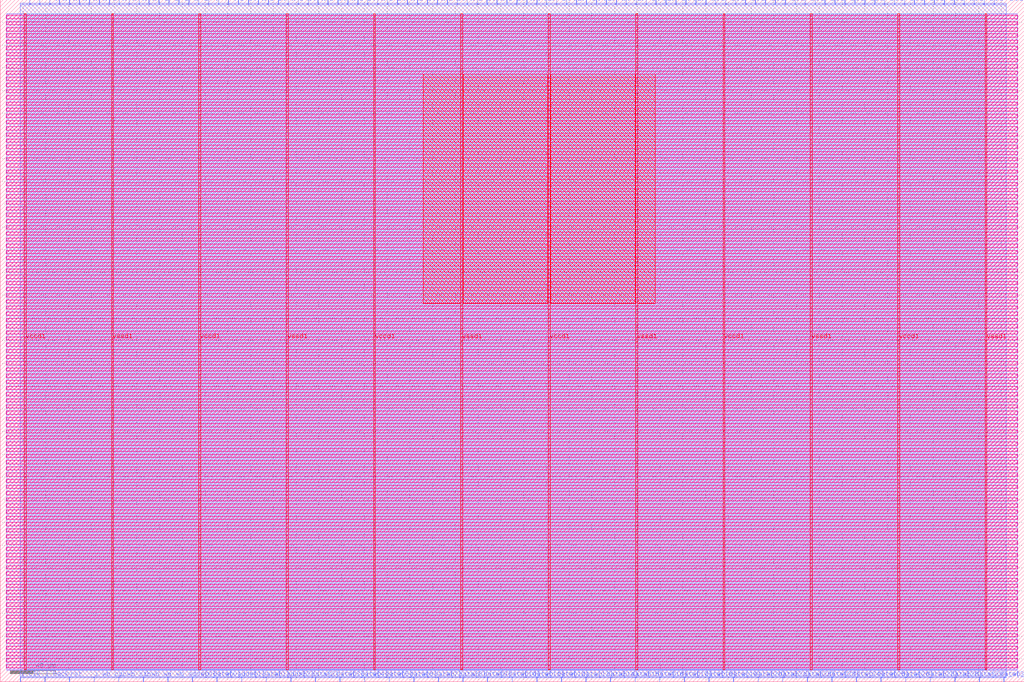
<source format=lef>
VERSION 5.7 ;
  NOWIREEXTENSIONATPIN ON ;
  DIVIDERCHAR "/" ;
  BUSBITCHARS "[]" ;
MACRO rtcclock
  CLASS BLOCK ;
  FOREIGN rtcclock ;
  ORIGIN 0.000 0.000 ;
  SIZE 900.000 BY 600.000 ;
  PIN i_clk
    DIRECTION INPUT ;
    USE SIGNAL ;
    PORT
      LAYER met2 ;
        RECT 17.570 0.000 17.850 4.000 ;
    END
  END i_clk
  PIN i_hack
    DIRECTION INPUT ;
    USE SIGNAL ;
    PORT
      LAYER met2 ;
        RECT 39.190 0.000 39.470 4.000 ;
    END
  END i_hack
  PIN i_wb_addr[0]
    DIRECTION INPUT ;
    USE SIGNAL ;
    PORT
      LAYER met2 ;
        RECT 147.290 0.000 147.570 4.000 ;
    END
  END i_wb_addr[0]
  PIN i_wb_addr[1]
    DIRECTION INPUT ;
    USE SIGNAL ;
    PORT
      LAYER met2 ;
        RECT 190.530 0.000 190.810 4.000 ;
    END
  END i_wb_addr[1]
  PIN i_wb_addr[2]
    DIRECTION INPUT ;
    USE SIGNAL ;
    PORT
      LAYER met2 ;
        RECT 233.770 0.000 234.050 4.000 ;
    END
  END i_wb_addr[2]
  PIN i_wb_cyc
    DIRECTION INPUT ;
    USE SIGNAL ;
    PORT
      LAYER met2 ;
        RECT 82.430 0.000 82.710 4.000 ;
    END
  END i_wb_cyc
  PIN i_wb_data[0]
    DIRECTION INPUT ;
    USE SIGNAL ;
    PORT
      LAYER met2 ;
        RECT 168.910 0.000 169.190 4.000 ;
    END
  END i_wb_data[0]
  PIN i_wb_data[10]
    DIRECTION INPUT ;
    USE SIGNAL ;
    PORT
      LAYER met2 ;
        RECT 428.350 0.000 428.630 4.000 ;
    END
  END i_wb_data[10]
  PIN i_wb_data[11]
    DIRECTION INPUT ;
    USE SIGNAL ;
    PORT
      LAYER met2 ;
        RECT 449.970 0.000 450.250 4.000 ;
    END
  END i_wb_data[11]
  PIN i_wb_data[12]
    DIRECTION INPUT ;
    USE SIGNAL ;
    PORT
      LAYER met2 ;
        RECT 471.590 0.000 471.870 4.000 ;
    END
  END i_wb_data[12]
  PIN i_wb_data[13]
    DIRECTION INPUT ;
    USE SIGNAL ;
    PORT
      LAYER met2 ;
        RECT 493.210 0.000 493.490 4.000 ;
    END
  END i_wb_data[13]
  PIN i_wb_data[14]
    DIRECTION INPUT ;
    USE SIGNAL ;
    PORT
      LAYER met2 ;
        RECT 514.830 0.000 515.110 4.000 ;
    END
  END i_wb_data[14]
  PIN i_wb_data[15]
    DIRECTION INPUT ;
    USE SIGNAL ;
    PORT
      LAYER met2 ;
        RECT 536.450 0.000 536.730 4.000 ;
    END
  END i_wb_data[15]
  PIN i_wb_data[16]
    DIRECTION INPUT ;
    USE SIGNAL ;
    PORT
      LAYER met2 ;
        RECT 558.070 0.000 558.350 4.000 ;
    END
  END i_wb_data[16]
  PIN i_wb_data[17]
    DIRECTION INPUT ;
    USE SIGNAL ;
    PORT
      LAYER met2 ;
        RECT 579.690 0.000 579.970 4.000 ;
    END
  END i_wb_data[17]
  PIN i_wb_data[18]
    DIRECTION INPUT ;
    USE SIGNAL ;
    PORT
      LAYER met2 ;
        RECT 601.310 0.000 601.590 4.000 ;
    END
  END i_wb_data[18]
  PIN i_wb_data[19]
    DIRECTION INPUT ;
    USE SIGNAL ;
    PORT
      LAYER met2 ;
        RECT 622.930 0.000 623.210 4.000 ;
    END
  END i_wb_data[19]
  PIN i_wb_data[1]
    DIRECTION INPUT ;
    USE SIGNAL ;
    PORT
      LAYER met2 ;
        RECT 212.150 0.000 212.430 4.000 ;
    END
  END i_wb_data[1]
  PIN i_wb_data[20]
    DIRECTION INPUT ;
    USE SIGNAL ;
    PORT
      LAYER met2 ;
        RECT 644.550 0.000 644.830 4.000 ;
    END
  END i_wb_data[20]
  PIN i_wb_data[21]
    DIRECTION INPUT ;
    USE SIGNAL ;
    PORT
      LAYER met2 ;
        RECT 666.170 0.000 666.450 4.000 ;
    END
  END i_wb_data[21]
  PIN i_wb_data[22]
    DIRECTION INPUT ;
    USE SIGNAL ;
    PORT
      LAYER met2 ;
        RECT 687.790 0.000 688.070 4.000 ;
    END
  END i_wb_data[22]
  PIN i_wb_data[23]
    DIRECTION INPUT ;
    USE SIGNAL ;
    PORT
      LAYER met2 ;
        RECT 709.410 0.000 709.690 4.000 ;
    END
  END i_wb_data[23]
  PIN i_wb_data[24]
    DIRECTION INPUT ;
    USE SIGNAL ;
    PORT
      LAYER met2 ;
        RECT 731.030 0.000 731.310 4.000 ;
    END
  END i_wb_data[24]
  PIN i_wb_data[25]
    DIRECTION INPUT ;
    USE SIGNAL ;
    PORT
      LAYER met2 ;
        RECT 752.650 0.000 752.930 4.000 ;
    END
  END i_wb_data[25]
  PIN i_wb_data[26]
    DIRECTION INPUT ;
    USE SIGNAL ;
    PORT
      LAYER met2 ;
        RECT 774.270 0.000 774.550 4.000 ;
    END
  END i_wb_data[26]
  PIN i_wb_data[27]
    DIRECTION INPUT ;
    USE SIGNAL ;
    PORT
      LAYER met2 ;
        RECT 795.890 0.000 796.170 4.000 ;
    END
  END i_wb_data[27]
  PIN i_wb_data[28]
    DIRECTION INPUT ;
    USE SIGNAL ;
    PORT
      LAYER met2 ;
        RECT 817.510 0.000 817.790 4.000 ;
    END
  END i_wb_data[28]
  PIN i_wb_data[29]
    DIRECTION INPUT ;
    USE SIGNAL ;
    PORT
      LAYER met2 ;
        RECT 839.130 0.000 839.410 4.000 ;
    END
  END i_wb_data[29]
  PIN i_wb_data[2]
    DIRECTION INPUT ;
    USE SIGNAL ;
    PORT
      LAYER met2 ;
        RECT 255.390 0.000 255.670 4.000 ;
    END
  END i_wb_data[2]
  PIN i_wb_data[30]
    DIRECTION INPUT ;
    USE SIGNAL ;
    PORT
      LAYER met2 ;
        RECT 860.750 0.000 861.030 4.000 ;
    END
  END i_wb_data[30]
  PIN i_wb_data[31]
    DIRECTION INPUT ;
    USE SIGNAL ;
    PORT
      LAYER met2 ;
        RECT 882.370 0.000 882.650 4.000 ;
    END
  END i_wb_data[31]
  PIN i_wb_data[3]
    DIRECTION INPUT ;
    USE SIGNAL ;
    PORT
      LAYER met2 ;
        RECT 277.010 0.000 277.290 4.000 ;
    END
  END i_wb_data[3]
  PIN i_wb_data[4]
    DIRECTION INPUT ;
    USE SIGNAL ;
    PORT
      LAYER met2 ;
        RECT 298.630 0.000 298.910 4.000 ;
    END
  END i_wb_data[4]
  PIN i_wb_data[5]
    DIRECTION INPUT ;
    USE SIGNAL ;
    PORT
      LAYER met2 ;
        RECT 320.250 0.000 320.530 4.000 ;
    END
  END i_wb_data[5]
  PIN i_wb_data[6]
    DIRECTION INPUT ;
    USE SIGNAL ;
    PORT
      LAYER met2 ;
        RECT 341.870 0.000 342.150 4.000 ;
    END
  END i_wb_data[6]
  PIN i_wb_data[7]
    DIRECTION INPUT ;
    USE SIGNAL ;
    PORT
      LAYER met2 ;
        RECT 363.490 0.000 363.770 4.000 ;
    END
  END i_wb_data[7]
  PIN i_wb_data[8]
    DIRECTION INPUT ;
    USE SIGNAL ;
    PORT
      LAYER met2 ;
        RECT 385.110 0.000 385.390 4.000 ;
    END
  END i_wb_data[8]
  PIN i_wb_data[9]
    DIRECTION INPUT ;
    USE SIGNAL ;
    PORT
      LAYER met2 ;
        RECT 406.730 0.000 407.010 4.000 ;
    END
  END i_wb_data[9]
  PIN i_wb_stb
    DIRECTION INPUT ;
    USE SIGNAL ;
    PORT
      LAYER met2 ;
        RECT 104.050 0.000 104.330 4.000 ;
    END
  END i_wb_stb
  PIN i_wb_we
    DIRECTION INPUT ;
    USE SIGNAL ;
    PORT
      LAYER met2 ;
        RECT 125.670 0.000 125.950 4.000 ;
    END
  END i_wb_we
  PIN io_oeb[0]
    DIRECTION OUTPUT TRISTATE ;
    USE SIGNAL ;
    PORT
      LAYER met2 ;
        RECT 25.850 596.000 26.130 600.000 ;
    END
  END io_oeb[0]
  PIN io_oeb[10]
    DIRECTION OUTPUT TRISTATE ;
    USE SIGNAL ;
    PORT
      LAYER met2 ;
        RECT 113.250 596.000 113.530 600.000 ;
    END
  END io_oeb[10]
  PIN io_oeb[11]
    DIRECTION OUTPUT TRISTATE ;
    USE SIGNAL ;
    PORT
      LAYER met2 ;
        RECT 121.990 596.000 122.270 600.000 ;
    END
  END io_oeb[11]
  PIN io_oeb[12]
    DIRECTION OUTPUT TRISTATE ;
    USE SIGNAL ;
    PORT
      LAYER met2 ;
        RECT 130.730 596.000 131.010 600.000 ;
    END
  END io_oeb[12]
  PIN io_oeb[13]
    DIRECTION OUTPUT TRISTATE ;
    USE SIGNAL ;
    PORT
      LAYER met2 ;
        RECT 139.470 596.000 139.750 600.000 ;
    END
  END io_oeb[13]
  PIN io_oeb[14]
    DIRECTION OUTPUT TRISTATE ;
    USE SIGNAL ;
    PORT
      LAYER met2 ;
        RECT 148.210 596.000 148.490 600.000 ;
    END
  END io_oeb[14]
  PIN io_oeb[15]
    DIRECTION OUTPUT TRISTATE ;
    USE SIGNAL ;
    PORT
      LAYER met2 ;
        RECT 156.950 596.000 157.230 600.000 ;
    END
  END io_oeb[15]
  PIN io_oeb[1]
    DIRECTION OUTPUT TRISTATE ;
    USE SIGNAL ;
    PORT
      LAYER met2 ;
        RECT 34.590 596.000 34.870 600.000 ;
    END
  END io_oeb[1]
  PIN io_oeb[2]
    DIRECTION OUTPUT TRISTATE ;
    USE SIGNAL ;
    PORT
      LAYER met2 ;
        RECT 43.330 596.000 43.610 600.000 ;
    END
  END io_oeb[2]
  PIN io_oeb[3]
    DIRECTION OUTPUT TRISTATE ;
    USE SIGNAL ;
    PORT
      LAYER met2 ;
        RECT 52.070 596.000 52.350 600.000 ;
    END
  END io_oeb[3]
  PIN io_oeb[4]
    DIRECTION OUTPUT TRISTATE ;
    USE SIGNAL ;
    PORT
      LAYER met2 ;
        RECT 60.810 596.000 61.090 600.000 ;
    END
  END io_oeb[4]
  PIN io_oeb[5]
    DIRECTION OUTPUT TRISTATE ;
    USE SIGNAL ;
    PORT
      LAYER met2 ;
        RECT 69.550 596.000 69.830 600.000 ;
    END
  END io_oeb[5]
  PIN io_oeb[6]
    DIRECTION OUTPUT TRISTATE ;
    USE SIGNAL ;
    PORT
      LAYER met2 ;
        RECT 78.290 596.000 78.570 600.000 ;
    END
  END io_oeb[6]
  PIN io_oeb[7]
    DIRECTION OUTPUT TRISTATE ;
    USE SIGNAL ;
    PORT
      LAYER met2 ;
        RECT 87.030 596.000 87.310 600.000 ;
    END
  END io_oeb[7]
  PIN io_oeb[8]
    DIRECTION OUTPUT TRISTATE ;
    USE SIGNAL ;
    PORT
      LAYER met2 ;
        RECT 95.770 596.000 96.050 600.000 ;
    END
  END io_oeb[8]
  PIN io_oeb[9]
    DIRECTION OUTPUT TRISTATE ;
    USE SIGNAL ;
    PORT
      LAYER met2 ;
        RECT 104.510 596.000 104.790 600.000 ;
    END
  END io_oeb[9]
  PIN o_data[0]
    DIRECTION OUTPUT TRISTATE ;
    USE SIGNAL ;
    PORT
      LAYER met2 ;
        RECT 183.170 596.000 183.450 600.000 ;
    END
  END o_data[0]
  PIN o_data[10]
    DIRECTION OUTPUT TRISTATE ;
    USE SIGNAL ;
    PORT
      LAYER met2 ;
        RECT 445.370 596.000 445.650 600.000 ;
    END
  END o_data[10]
  PIN o_data[11]
    DIRECTION OUTPUT TRISTATE ;
    USE SIGNAL ;
    PORT
      LAYER met2 ;
        RECT 471.590 596.000 471.870 600.000 ;
    END
  END o_data[11]
  PIN o_data[12]
    DIRECTION OUTPUT TRISTATE ;
    USE SIGNAL ;
    PORT
      LAYER met2 ;
        RECT 497.810 596.000 498.090 600.000 ;
    END
  END o_data[12]
  PIN o_data[13]
    DIRECTION OUTPUT TRISTATE ;
    USE SIGNAL ;
    PORT
      LAYER met2 ;
        RECT 524.030 596.000 524.310 600.000 ;
    END
  END o_data[13]
  PIN o_data[14]
    DIRECTION OUTPUT TRISTATE ;
    USE SIGNAL ;
    PORT
      LAYER met2 ;
        RECT 550.250 596.000 550.530 600.000 ;
    END
  END o_data[14]
  PIN o_data[15]
    DIRECTION OUTPUT TRISTATE ;
    USE SIGNAL ;
    PORT
      LAYER met2 ;
        RECT 576.470 596.000 576.750 600.000 ;
    END
  END o_data[15]
  PIN o_data[16]
    DIRECTION OUTPUT TRISTATE ;
    USE SIGNAL ;
    PORT
      LAYER met2 ;
        RECT 602.690 596.000 602.970 600.000 ;
    END
  END o_data[16]
  PIN o_data[17]
    DIRECTION OUTPUT TRISTATE ;
    USE SIGNAL ;
    PORT
      LAYER met2 ;
        RECT 620.170 596.000 620.450 600.000 ;
    END
  END o_data[17]
  PIN o_data[18]
    DIRECTION OUTPUT TRISTATE ;
    USE SIGNAL ;
    PORT
      LAYER met2 ;
        RECT 637.650 596.000 637.930 600.000 ;
    END
  END o_data[18]
  PIN o_data[19]
    DIRECTION OUTPUT TRISTATE ;
    USE SIGNAL ;
    PORT
      LAYER met2 ;
        RECT 655.130 596.000 655.410 600.000 ;
    END
  END o_data[19]
  PIN o_data[1]
    DIRECTION OUTPUT TRISTATE ;
    USE SIGNAL ;
    PORT
      LAYER met2 ;
        RECT 209.390 596.000 209.670 600.000 ;
    END
  END o_data[1]
  PIN o_data[20]
    DIRECTION OUTPUT TRISTATE ;
    USE SIGNAL ;
    PORT
      LAYER met2 ;
        RECT 672.610 596.000 672.890 600.000 ;
    END
  END o_data[20]
  PIN o_data[21]
    DIRECTION OUTPUT TRISTATE ;
    USE SIGNAL ;
    PORT
      LAYER met2 ;
        RECT 690.090 596.000 690.370 600.000 ;
    END
  END o_data[21]
  PIN o_data[22]
    DIRECTION OUTPUT TRISTATE ;
    USE SIGNAL ;
    PORT
      LAYER met2 ;
        RECT 707.570 596.000 707.850 600.000 ;
    END
  END o_data[22]
  PIN o_data[23]
    DIRECTION OUTPUT TRISTATE ;
    USE SIGNAL ;
    PORT
      LAYER met2 ;
        RECT 725.050 596.000 725.330 600.000 ;
    END
  END o_data[23]
  PIN o_data[24]
    DIRECTION OUTPUT TRISTATE ;
    USE SIGNAL ;
    PORT
      LAYER met2 ;
        RECT 742.530 596.000 742.810 600.000 ;
    END
  END o_data[24]
  PIN o_data[25]
    DIRECTION OUTPUT TRISTATE ;
    USE SIGNAL ;
    PORT
      LAYER met2 ;
        RECT 760.010 596.000 760.290 600.000 ;
    END
  END o_data[25]
  PIN o_data[26]
    DIRECTION OUTPUT TRISTATE ;
    USE SIGNAL ;
    PORT
      LAYER met2 ;
        RECT 777.490 596.000 777.770 600.000 ;
    END
  END o_data[26]
  PIN o_data[27]
    DIRECTION OUTPUT TRISTATE ;
    USE SIGNAL ;
    PORT
      LAYER met2 ;
        RECT 794.970 596.000 795.250 600.000 ;
    END
  END o_data[27]
  PIN o_data[28]
    DIRECTION OUTPUT TRISTATE ;
    USE SIGNAL ;
    PORT
      LAYER met2 ;
        RECT 812.450 596.000 812.730 600.000 ;
    END
  END o_data[28]
  PIN o_data[29]
    DIRECTION OUTPUT TRISTATE ;
    USE SIGNAL ;
    PORT
      LAYER met2 ;
        RECT 829.930 596.000 830.210 600.000 ;
    END
  END o_data[29]
  PIN o_data[2]
    DIRECTION OUTPUT TRISTATE ;
    USE SIGNAL ;
    PORT
      LAYER met2 ;
        RECT 235.610 596.000 235.890 600.000 ;
    END
  END o_data[2]
  PIN o_data[30]
    DIRECTION OUTPUT TRISTATE ;
    USE SIGNAL ;
    PORT
      LAYER met2 ;
        RECT 847.410 596.000 847.690 600.000 ;
    END
  END o_data[30]
  PIN o_data[31]
    DIRECTION OUTPUT TRISTATE ;
    USE SIGNAL ;
    PORT
      LAYER met2 ;
        RECT 864.890 596.000 865.170 600.000 ;
    END
  END o_data[31]
  PIN o_data[3]
    DIRECTION OUTPUT TRISTATE ;
    USE SIGNAL ;
    PORT
      LAYER met2 ;
        RECT 261.830 596.000 262.110 600.000 ;
    END
  END o_data[3]
  PIN o_data[4]
    DIRECTION OUTPUT TRISTATE ;
    USE SIGNAL ;
    PORT
      LAYER met2 ;
        RECT 288.050 596.000 288.330 600.000 ;
    END
  END o_data[4]
  PIN o_data[5]
    DIRECTION OUTPUT TRISTATE ;
    USE SIGNAL ;
    PORT
      LAYER met2 ;
        RECT 314.270 596.000 314.550 600.000 ;
    END
  END o_data[5]
  PIN o_data[6]
    DIRECTION OUTPUT TRISTATE ;
    USE SIGNAL ;
    PORT
      LAYER met2 ;
        RECT 340.490 596.000 340.770 600.000 ;
    END
  END o_data[6]
  PIN o_data[7]
    DIRECTION OUTPUT TRISTATE ;
    USE SIGNAL ;
    PORT
      LAYER met2 ;
        RECT 366.710 596.000 366.990 600.000 ;
    END
  END o_data[7]
  PIN o_data[8]
    DIRECTION OUTPUT TRISTATE ;
    USE SIGNAL ;
    PORT
      LAYER met2 ;
        RECT 392.930 596.000 393.210 600.000 ;
    END
  END o_data[8]
  PIN o_data[9]
    DIRECTION OUTPUT TRISTATE ;
    USE SIGNAL ;
    PORT
      LAYER met2 ;
        RECT 419.150 596.000 419.430 600.000 ;
    END
  END o_data[9]
  PIN o_interrupt
    DIRECTION OUTPUT TRISTATE ;
    USE SIGNAL ;
    PORT
      LAYER met2 ;
        RECT 165.690 596.000 165.970 600.000 ;
    END
  END o_interrupt
  PIN o_led[0]
    DIRECTION OUTPUT TRISTATE ;
    USE SIGNAL ;
    PORT
      LAYER met2 ;
        RECT 191.910 596.000 192.190 600.000 ;
    END
  END o_led[0]
  PIN o_led[10]
    DIRECTION OUTPUT TRISTATE ;
    USE SIGNAL ;
    PORT
      LAYER met2 ;
        RECT 454.110 596.000 454.390 600.000 ;
    END
  END o_led[10]
  PIN o_led[11]
    DIRECTION OUTPUT TRISTATE ;
    USE SIGNAL ;
    PORT
      LAYER met2 ;
        RECT 480.330 596.000 480.610 600.000 ;
    END
  END o_led[11]
  PIN o_led[12]
    DIRECTION OUTPUT TRISTATE ;
    USE SIGNAL ;
    PORT
      LAYER met2 ;
        RECT 506.550 596.000 506.830 600.000 ;
    END
  END o_led[12]
  PIN o_led[13]
    DIRECTION OUTPUT TRISTATE ;
    USE SIGNAL ;
    PORT
      LAYER met2 ;
        RECT 532.770 596.000 533.050 600.000 ;
    END
  END o_led[13]
  PIN o_led[14]
    DIRECTION OUTPUT TRISTATE ;
    USE SIGNAL ;
    PORT
      LAYER met2 ;
        RECT 558.990 596.000 559.270 600.000 ;
    END
  END o_led[14]
  PIN o_led[15]
    DIRECTION OUTPUT TRISTATE ;
    USE SIGNAL ;
    PORT
      LAYER met2 ;
        RECT 585.210 596.000 585.490 600.000 ;
    END
  END o_led[15]
  PIN o_led[1]
    DIRECTION OUTPUT TRISTATE ;
    USE SIGNAL ;
    PORT
      LAYER met2 ;
        RECT 218.130 596.000 218.410 600.000 ;
    END
  END o_led[1]
  PIN o_led[2]
    DIRECTION OUTPUT TRISTATE ;
    USE SIGNAL ;
    PORT
      LAYER met2 ;
        RECT 244.350 596.000 244.630 600.000 ;
    END
  END o_led[2]
  PIN o_led[3]
    DIRECTION OUTPUT TRISTATE ;
    USE SIGNAL ;
    PORT
      LAYER met2 ;
        RECT 270.570 596.000 270.850 600.000 ;
    END
  END o_led[3]
  PIN o_led[4]
    DIRECTION OUTPUT TRISTATE ;
    USE SIGNAL ;
    PORT
      LAYER met2 ;
        RECT 296.790 596.000 297.070 600.000 ;
    END
  END o_led[4]
  PIN o_led[5]
    DIRECTION OUTPUT TRISTATE ;
    USE SIGNAL ;
    PORT
      LAYER met2 ;
        RECT 323.010 596.000 323.290 600.000 ;
    END
  END o_led[5]
  PIN o_led[6]
    DIRECTION OUTPUT TRISTATE ;
    USE SIGNAL ;
    PORT
      LAYER met2 ;
        RECT 349.230 596.000 349.510 600.000 ;
    END
  END o_led[6]
  PIN o_led[7]
    DIRECTION OUTPUT TRISTATE ;
    USE SIGNAL ;
    PORT
      LAYER met2 ;
        RECT 375.450 596.000 375.730 600.000 ;
    END
  END o_led[7]
  PIN o_led[8]
    DIRECTION OUTPUT TRISTATE ;
    USE SIGNAL ;
    PORT
      LAYER met2 ;
        RECT 401.670 596.000 401.950 600.000 ;
    END
  END o_led[8]
  PIN o_led[9]
    DIRECTION OUTPUT TRISTATE ;
    USE SIGNAL ;
    PORT
      LAYER met2 ;
        RECT 427.890 596.000 428.170 600.000 ;
    END
  END o_led[9]
  PIN o_ppd
    DIRECTION OUTPUT TRISTATE ;
    USE SIGNAL ;
    PORT
      LAYER met2 ;
        RECT 174.430 596.000 174.710 600.000 ;
    END
  END o_ppd
  PIN o_sseg[0]
    DIRECTION OUTPUT TRISTATE ;
    USE SIGNAL ;
    PORT
      LAYER met2 ;
        RECT 200.650 596.000 200.930 600.000 ;
    END
  END o_sseg[0]
  PIN o_sseg[10]
    DIRECTION OUTPUT TRISTATE ;
    USE SIGNAL ;
    PORT
      LAYER met2 ;
        RECT 462.850 596.000 463.130 600.000 ;
    END
  END o_sseg[10]
  PIN o_sseg[11]
    DIRECTION OUTPUT TRISTATE ;
    USE SIGNAL ;
    PORT
      LAYER met2 ;
        RECT 489.070 596.000 489.350 600.000 ;
    END
  END o_sseg[11]
  PIN o_sseg[12]
    DIRECTION OUTPUT TRISTATE ;
    USE SIGNAL ;
    PORT
      LAYER met2 ;
        RECT 515.290 596.000 515.570 600.000 ;
    END
  END o_sseg[12]
  PIN o_sseg[13]
    DIRECTION OUTPUT TRISTATE ;
    USE SIGNAL ;
    PORT
      LAYER met2 ;
        RECT 541.510 596.000 541.790 600.000 ;
    END
  END o_sseg[13]
  PIN o_sseg[14]
    DIRECTION OUTPUT TRISTATE ;
    USE SIGNAL ;
    PORT
      LAYER met2 ;
        RECT 567.730 596.000 568.010 600.000 ;
    END
  END o_sseg[14]
  PIN o_sseg[15]
    DIRECTION OUTPUT TRISTATE ;
    USE SIGNAL ;
    PORT
      LAYER met2 ;
        RECT 593.950 596.000 594.230 600.000 ;
    END
  END o_sseg[15]
  PIN o_sseg[16]
    DIRECTION OUTPUT TRISTATE ;
    USE SIGNAL ;
    PORT
      LAYER met2 ;
        RECT 611.430 596.000 611.710 600.000 ;
    END
  END o_sseg[16]
  PIN o_sseg[17]
    DIRECTION OUTPUT TRISTATE ;
    USE SIGNAL ;
    PORT
      LAYER met2 ;
        RECT 628.910 596.000 629.190 600.000 ;
    END
  END o_sseg[17]
  PIN o_sseg[18]
    DIRECTION OUTPUT TRISTATE ;
    USE SIGNAL ;
    PORT
      LAYER met2 ;
        RECT 646.390 596.000 646.670 600.000 ;
    END
  END o_sseg[18]
  PIN o_sseg[19]
    DIRECTION OUTPUT TRISTATE ;
    USE SIGNAL ;
    PORT
      LAYER met2 ;
        RECT 663.870 596.000 664.150 600.000 ;
    END
  END o_sseg[19]
  PIN o_sseg[1]
    DIRECTION OUTPUT TRISTATE ;
    USE SIGNAL ;
    PORT
      LAYER met2 ;
        RECT 226.870 596.000 227.150 600.000 ;
    END
  END o_sseg[1]
  PIN o_sseg[20]
    DIRECTION OUTPUT TRISTATE ;
    USE SIGNAL ;
    PORT
      LAYER met2 ;
        RECT 681.350 596.000 681.630 600.000 ;
    END
  END o_sseg[20]
  PIN o_sseg[21]
    DIRECTION OUTPUT TRISTATE ;
    USE SIGNAL ;
    PORT
      LAYER met2 ;
        RECT 698.830 596.000 699.110 600.000 ;
    END
  END o_sseg[21]
  PIN o_sseg[22]
    DIRECTION OUTPUT TRISTATE ;
    USE SIGNAL ;
    PORT
      LAYER met2 ;
        RECT 716.310 596.000 716.590 600.000 ;
    END
  END o_sseg[22]
  PIN o_sseg[23]
    DIRECTION OUTPUT TRISTATE ;
    USE SIGNAL ;
    PORT
      LAYER met2 ;
        RECT 733.790 596.000 734.070 600.000 ;
    END
  END o_sseg[23]
  PIN o_sseg[24]
    DIRECTION OUTPUT TRISTATE ;
    USE SIGNAL ;
    PORT
      LAYER met2 ;
        RECT 751.270 596.000 751.550 600.000 ;
    END
  END o_sseg[24]
  PIN o_sseg[25]
    DIRECTION OUTPUT TRISTATE ;
    USE SIGNAL ;
    PORT
      LAYER met2 ;
        RECT 768.750 596.000 769.030 600.000 ;
    END
  END o_sseg[25]
  PIN o_sseg[26]
    DIRECTION OUTPUT TRISTATE ;
    USE SIGNAL ;
    PORT
      LAYER met2 ;
        RECT 786.230 596.000 786.510 600.000 ;
    END
  END o_sseg[26]
  PIN o_sseg[27]
    DIRECTION OUTPUT TRISTATE ;
    USE SIGNAL ;
    PORT
      LAYER met2 ;
        RECT 803.710 596.000 803.990 600.000 ;
    END
  END o_sseg[27]
  PIN o_sseg[28]
    DIRECTION OUTPUT TRISTATE ;
    USE SIGNAL ;
    PORT
      LAYER met2 ;
        RECT 821.190 596.000 821.470 600.000 ;
    END
  END o_sseg[28]
  PIN o_sseg[29]
    DIRECTION OUTPUT TRISTATE ;
    USE SIGNAL ;
    PORT
      LAYER met2 ;
        RECT 838.670 596.000 838.950 600.000 ;
    END
  END o_sseg[29]
  PIN o_sseg[2]
    DIRECTION OUTPUT TRISTATE ;
    USE SIGNAL ;
    PORT
      LAYER met2 ;
        RECT 253.090 596.000 253.370 600.000 ;
    END
  END o_sseg[2]
  PIN o_sseg[30]
    DIRECTION OUTPUT TRISTATE ;
    USE SIGNAL ;
    PORT
      LAYER met2 ;
        RECT 856.150 596.000 856.430 600.000 ;
    END
  END o_sseg[30]
  PIN o_sseg[31]
    DIRECTION OUTPUT TRISTATE ;
    USE SIGNAL ;
    PORT
      LAYER met2 ;
        RECT 873.630 596.000 873.910 600.000 ;
    END
  END o_sseg[31]
  PIN o_sseg[3]
    DIRECTION OUTPUT TRISTATE ;
    USE SIGNAL ;
    PORT
      LAYER met2 ;
        RECT 279.310 596.000 279.590 600.000 ;
    END
  END o_sseg[3]
  PIN o_sseg[4]
    DIRECTION OUTPUT TRISTATE ;
    USE SIGNAL ;
    PORT
      LAYER met2 ;
        RECT 305.530 596.000 305.810 600.000 ;
    END
  END o_sseg[4]
  PIN o_sseg[5]
    DIRECTION OUTPUT TRISTATE ;
    USE SIGNAL ;
    PORT
      LAYER met2 ;
        RECT 331.750 596.000 332.030 600.000 ;
    END
  END o_sseg[5]
  PIN o_sseg[6]
    DIRECTION OUTPUT TRISTATE ;
    USE SIGNAL ;
    PORT
      LAYER met2 ;
        RECT 357.970 596.000 358.250 600.000 ;
    END
  END o_sseg[6]
  PIN o_sseg[7]
    DIRECTION OUTPUT TRISTATE ;
    USE SIGNAL ;
    PORT
      LAYER met2 ;
        RECT 384.190 596.000 384.470 600.000 ;
    END
  END o_sseg[7]
  PIN o_sseg[8]
    DIRECTION OUTPUT TRISTATE ;
    USE SIGNAL ;
    PORT
      LAYER met2 ;
        RECT 410.410 596.000 410.690 600.000 ;
    END
  END o_sseg[8]
  PIN o_sseg[9]
    DIRECTION OUTPUT TRISTATE ;
    USE SIGNAL ;
    PORT
      LAYER met2 ;
        RECT 436.630 596.000 436.910 600.000 ;
    END
  END o_sseg[9]
  PIN rst
    DIRECTION INPUT ;
    USE SIGNAL ;
    PORT
      LAYER met2 ;
        RECT 60.810 0.000 61.090 4.000 ;
    END
  END rst
  PIN vccd1
    DIRECTION INOUT ;
    USE POWER ;
    PORT
      LAYER met4 ;
        RECT 21.040 10.640 22.640 587.760 ;
    END
    PORT
      LAYER met4 ;
        RECT 174.640 10.640 176.240 587.760 ;
    END
    PORT
      LAYER met4 ;
        RECT 328.240 10.640 329.840 587.760 ;
    END
    PORT
      LAYER met4 ;
        RECT 481.840 10.640 483.440 587.760 ;
    END
    PORT
      LAYER met4 ;
        RECT 635.440 10.640 637.040 587.760 ;
    END
    PORT
      LAYER met4 ;
        RECT 789.040 10.640 790.640 587.760 ;
    END
  END vccd1
  PIN vssd1
    DIRECTION INOUT ;
    USE GROUND ;
    PORT
      LAYER met4 ;
        RECT 97.840 10.640 99.440 587.760 ;
    END
    PORT
      LAYER met4 ;
        RECT 251.440 10.640 253.040 587.760 ;
    END
    PORT
      LAYER met4 ;
        RECT 405.040 10.640 406.640 587.760 ;
    END
    PORT
      LAYER met4 ;
        RECT 558.640 10.640 560.240 587.760 ;
    END
    PORT
      LAYER met4 ;
        RECT 712.240 10.640 713.840 587.760 ;
    END
    PORT
      LAYER met4 ;
        RECT 865.840 10.640 867.440 587.760 ;
    END
  END vssd1
  OBS
      LAYER nwell ;
        RECT 5.330 583.385 894.430 586.215 ;
        RECT 5.330 577.945 894.430 580.775 ;
        RECT 5.330 572.505 894.430 575.335 ;
        RECT 5.330 567.065 894.430 569.895 ;
        RECT 5.330 561.625 894.430 564.455 ;
        RECT 5.330 556.185 894.430 559.015 ;
        RECT 5.330 550.745 894.430 553.575 ;
        RECT 5.330 545.305 894.430 548.135 ;
        RECT 5.330 539.865 894.430 542.695 ;
        RECT 5.330 534.425 894.430 537.255 ;
        RECT 5.330 528.985 894.430 531.815 ;
        RECT 5.330 523.545 894.430 526.375 ;
        RECT 5.330 518.105 894.430 520.935 ;
        RECT 5.330 512.665 894.430 515.495 ;
        RECT 5.330 507.225 894.430 510.055 ;
        RECT 5.330 501.785 894.430 504.615 ;
        RECT 5.330 496.345 894.430 499.175 ;
        RECT 5.330 490.905 894.430 493.735 ;
        RECT 5.330 485.465 894.430 488.295 ;
        RECT 5.330 480.025 894.430 482.855 ;
        RECT 5.330 474.585 894.430 477.415 ;
        RECT 5.330 469.145 894.430 471.975 ;
        RECT 5.330 463.705 894.430 466.535 ;
        RECT 5.330 458.265 894.430 461.095 ;
        RECT 5.330 452.825 894.430 455.655 ;
        RECT 5.330 447.385 894.430 450.215 ;
        RECT 5.330 441.945 894.430 444.775 ;
        RECT 5.330 436.505 894.430 439.335 ;
        RECT 5.330 431.065 894.430 433.895 ;
        RECT 5.330 425.625 894.430 428.455 ;
        RECT 5.330 420.185 894.430 423.015 ;
        RECT 5.330 414.745 894.430 417.575 ;
        RECT 5.330 409.305 894.430 412.135 ;
        RECT 5.330 403.865 894.430 406.695 ;
        RECT 5.330 398.425 894.430 401.255 ;
        RECT 5.330 392.985 894.430 395.815 ;
        RECT 5.330 387.545 894.430 390.375 ;
        RECT 5.330 382.105 894.430 384.935 ;
        RECT 5.330 376.665 894.430 379.495 ;
        RECT 5.330 371.225 894.430 374.055 ;
        RECT 5.330 365.785 894.430 368.615 ;
        RECT 5.330 360.345 894.430 363.175 ;
        RECT 5.330 354.905 894.430 357.735 ;
        RECT 5.330 349.465 894.430 352.295 ;
        RECT 5.330 344.025 894.430 346.855 ;
        RECT 5.330 338.585 894.430 341.415 ;
        RECT 5.330 333.145 894.430 335.975 ;
        RECT 5.330 327.705 894.430 330.535 ;
        RECT 5.330 322.265 894.430 325.095 ;
        RECT 5.330 316.825 894.430 319.655 ;
        RECT 5.330 311.385 894.430 314.215 ;
        RECT 5.330 305.945 894.430 308.775 ;
        RECT 5.330 300.505 894.430 303.335 ;
        RECT 5.330 295.065 894.430 297.895 ;
        RECT 5.330 289.625 894.430 292.455 ;
        RECT 5.330 284.185 894.430 287.015 ;
        RECT 5.330 278.745 894.430 281.575 ;
        RECT 5.330 273.305 894.430 276.135 ;
        RECT 5.330 267.865 894.430 270.695 ;
        RECT 5.330 262.425 894.430 265.255 ;
        RECT 5.330 256.985 894.430 259.815 ;
        RECT 5.330 251.545 894.430 254.375 ;
        RECT 5.330 246.105 894.430 248.935 ;
        RECT 5.330 240.665 894.430 243.495 ;
        RECT 5.330 235.225 894.430 238.055 ;
        RECT 5.330 229.785 894.430 232.615 ;
        RECT 5.330 224.345 894.430 227.175 ;
        RECT 5.330 218.905 894.430 221.735 ;
        RECT 5.330 213.465 894.430 216.295 ;
        RECT 5.330 208.025 894.430 210.855 ;
        RECT 5.330 202.585 894.430 205.415 ;
        RECT 5.330 197.145 894.430 199.975 ;
        RECT 5.330 191.705 894.430 194.535 ;
        RECT 5.330 186.265 894.430 189.095 ;
        RECT 5.330 180.825 894.430 183.655 ;
        RECT 5.330 175.385 894.430 178.215 ;
        RECT 5.330 169.945 894.430 172.775 ;
        RECT 5.330 164.505 894.430 167.335 ;
        RECT 5.330 159.065 894.430 161.895 ;
        RECT 5.330 153.625 894.430 156.455 ;
        RECT 5.330 148.185 894.430 151.015 ;
        RECT 5.330 142.745 894.430 145.575 ;
        RECT 5.330 137.305 894.430 140.135 ;
        RECT 5.330 131.865 894.430 134.695 ;
        RECT 5.330 126.425 894.430 129.255 ;
        RECT 5.330 120.985 894.430 123.815 ;
        RECT 5.330 115.545 894.430 118.375 ;
        RECT 5.330 110.105 894.430 112.935 ;
        RECT 5.330 104.665 894.430 107.495 ;
        RECT 5.330 99.225 894.430 102.055 ;
        RECT 5.330 93.785 894.430 96.615 ;
        RECT 5.330 88.345 894.430 91.175 ;
        RECT 5.330 82.905 894.430 85.735 ;
        RECT 5.330 77.465 894.430 80.295 ;
        RECT 5.330 72.025 894.430 74.855 ;
        RECT 5.330 66.585 894.430 69.415 ;
        RECT 5.330 61.145 894.430 63.975 ;
        RECT 5.330 55.705 894.430 58.535 ;
        RECT 5.330 50.265 894.430 53.095 ;
        RECT 5.330 44.825 894.430 47.655 ;
        RECT 5.330 39.385 894.430 42.215 ;
        RECT 5.330 33.945 894.430 36.775 ;
        RECT 5.330 28.505 894.430 31.335 ;
        RECT 5.330 23.065 894.430 25.895 ;
        RECT 5.330 17.625 894.430 20.455 ;
        RECT 5.330 12.185 894.430 15.015 ;
      LAYER li1 ;
        RECT 5.520 10.795 894.240 587.605 ;
      LAYER met1 ;
        RECT 5.520 10.240 894.240 587.760 ;
      LAYER met2 ;
        RECT 17.580 595.720 25.570 596.770 ;
        RECT 26.410 595.720 34.310 596.770 ;
        RECT 35.150 595.720 43.050 596.770 ;
        RECT 43.890 595.720 51.790 596.770 ;
        RECT 52.630 595.720 60.530 596.770 ;
        RECT 61.370 595.720 69.270 596.770 ;
        RECT 70.110 595.720 78.010 596.770 ;
        RECT 78.850 595.720 86.750 596.770 ;
        RECT 87.590 595.720 95.490 596.770 ;
        RECT 96.330 595.720 104.230 596.770 ;
        RECT 105.070 595.720 112.970 596.770 ;
        RECT 113.810 595.720 121.710 596.770 ;
        RECT 122.550 595.720 130.450 596.770 ;
        RECT 131.290 595.720 139.190 596.770 ;
        RECT 140.030 595.720 147.930 596.770 ;
        RECT 148.770 595.720 156.670 596.770 ;
        RECT 157.510 595.720 165.410 596.770 ;
        RECT 166.250 595.720 174.150 596.770 ;
        RECT 174.990 595.720 182.890 596.770 ;
        RECT 183.730 595.720 191.630 596.770 ;
        RECT 192.470 595.720 200.370 596.770 ;
        RECT 201.210 595.720 209.110 596.770 ;
        RECT 209.950 595.720 217.850 596.770 ;
        RECT 218.690 595.720 226.590 596.770 ;
        RECT 227.430 595.720 235.330 596.770 ;
        RECT 236.170 595.720 244.070 596.770 ;
        RECT 244.910 595.720 252.810 596.770 ;
        RECT 253.650 595.720 261.550 596.770 ;
        RECT 262.390 595.720 270.290 596.770 ;
        RECT 271.130 595.720 279.030 596.770 ;
        RECT 279.870 595.720 287.770 596.770 ;
        RECT 288.610 595.720 296.510 596.770 ;
        RECT 297.350 595.720 305.250 596.770 ;
        RECT 306.090 595.720 313.990 596.770 ;
        RECT 314.830 595.720 322.730 596.770 ;
        RECT 323.570 595.720 331.470 596.770 ;
        RECT 332.310 595.720 340.210 596.770 ;
        RECT 341.050 595.720 348.950 596.770 ;
        RECT 349.790 595.720 357.690 596.770 ;
        RECT 358.530 595.720 366.430 596.770 ;
        RECT 367.270 595.720 375.170 596.770 ;
        RECT 376.010 595.720 383.910 596.770 ;
        RECT 384.750 595.720 392.650 596.770 ;
        RECT 393.490 595.720 401.390 596.770 ;
        RECT 402.230 595.720 410.130 596.770 ;
        RECT 410.970 595.720 418.870 596.770 ;
        RECT 419.710 595.720 427.610 596.770 ;
        RECT 428.450 595.720 436.350 596.770 ;
        RECT 437.190 595.720 445.090 596.770 ;
        RECT 445.930 595.720 453.830 596.770 ;
        RECT 454.670 595.720 462.570 596.770 ;
        RECT 463.410 595.720 471.310 596.770 ;
        RECT 472.150 595.720 480.050 596.770 ;
        RECT 480.890 595.720 488.790 596.770 ;
        RECT 489.630 595.720 497.530 596.770 ;
        RECT 498.370 595.720 506.270 596.770 ;
        RECT 507.110 595.720 515.010 596.770 ;
        RECT 515.850 595.720 523.750 596.770 ;
        RECT 524.590 595.720 532.490 596.770 ;
        RECT 533.330 595.720 541.230 596.770 ;
        RECT 542.070 595.720 549.970 596.770 ;
        RECT 550.810 595.720 558.710 596.770 ;
        RECT 559.550 595.720 567.450 596.770 ;
        RECT 568.290 595.720 576.190 596.770 ;
        RECT 577.030 595.720 584.930 596.770 ;
        RECT 585.770 595.720 593.670 596.770 ;
        RECT 594.510 595.720 602.410 596.770 ;
        RECT 603.250 595.720 611.150 596.770 ;
        RECT 611.990 595.720 619.890 596.770 ;
        RECT 620.730 595.720 628.630 596.770 ;
        RECT 629.470 595.720 637.370 596.770 ;
        RECT 638.210 595.720 646.110 596.770 ;
        RECT 646.950 595.720 654.850 596.770 ;
        RECT 655.690 595.720 663.590 596.770 ;
        RECT 664.430 595.720 672.330 596.770 ;
        RECT 673.170 595.720 681.070 596.770 ;
        RECT 681.910 595.720 689.810 596.770 ;
        RECT 690.650 595.720 698.550 596.770 ;
        RECT 699.390 595.720 707.290 596.770 ;
        RECT 708.130 595.720 716.030 596.770 ;
        RECT 716.870 595.720 724.770 596.770 ;
        RECT 725.610 595.720 733.510 596.770 ;
        RECT 734.350 595.720 742.250 596.770 ;
        RECT 743.090 595.720 750.990 596.770 ;
        RECT 751.830 595.720 759.730 596.770 ;
        RECT 760.570 595.720 768.470 596.770 ;
        RECT 769.310 595.720 777.210 596.770 ;
        RECT 778.050 595.720 785.950 596.770 ;
        RECT 786.790 595.720 794.690 596.770 ;
        RECT 795.530 595.720 803.430 596.770 ;
        RECT 804.270 595.720 812.170 596.770 ;
        RECT 813.010 595.720 820.910 596.770 ;
        RECT 821.750 595.720 829.650 596.770 ;
        RECT 830.490 595.720 838.390 596.770 ;
        RECT 839.230 595.720 847.130 596.770 ;
        RECT 847.970 595.720 855.870 596.770 ;
        RECT 856.710 595.720 864.610 596.770 ;
        RECT 865.450 595.720 873.350 596.770 ;
        RECT 874.190 595.720 884.480 596.770 ;
        RECT 17.580 4.280 884.480 595.720 ;
        RECT 18.130 3.670 38.910 4.280 ;
        RECT 39.750 3.670 60.530 4.280 ;
        RECT 61.370 3.670 82.150 4.280 ;
        RECT 82.990 3.670 103.770 4.280 ;
        RECT 104.610 3.670 125.390 4.280 ;
        RECT 126.230 3.670 147.010 4.280 ;
        RECT 147.850 3.670 168.630 4.280 ;
        RECT 169.470 3.670 190.250 4.280 ;
        RECT 191.090 3.670 211.870 4.280 ;
        RECT 212.710 3.670 233.490 4.280 ;
        RECT 234.330 3.670 255.110 4.280 ;
        RECT 255.950 3.670 276.730 4.280 ;
        RECT 277.570 3.670 298.350 4.280 ;
        RECT 299.190 3.670 319.970 4.280 ;
        RECT 320.810 3.670 341.590 4.280 ;
        RECT 342.430 3.670 363.210 4.280 ;
        RECT 364.050 3.670 384.830 4.280 ;
        RECT 385.670 3.670 406.450 4.280 ;
        RECT 407.290 3.670 428.070 4.280 ;
        RECT 428.910 3.670 449.690 4.280 ;
        RECT 450.530 3.670 471.310 4.280 ;
        RECT 472.150 3.670 492.930 4.280 ;
        RECT 493.770 3.670 514.550 4.280 ;
        RECT 515.390 3.670 536.170 4.280 ;
        RECT 537.010 3.670 557.790 4.280 ;
        RECT 558.630 3.670 579.410 4.280 ;
        RECT 580.250 3.670 601.030 4.280 ;
        RECT 601.870 3.670 622.650 4.280 ;
        RECT 623.490 3.670 644.270 4.280 ;
        RECT 645.110 3.670 665.890 4.280 ;
        RECT 666.730 3.670 687.510 4.280 ;
        RECT 688.350 3.670 709.130 4.280 ;
        RECT 709.970 3.670 730.750 4.280 ;
        RECT 731.590 3.670 752.370 4.280 ;
        RECT 753.210 3.670 773.990 4.280 ;
        RECT 774.830 3.670 795.610 4.280 ;
        RECT 796.450 3.670 817.230 4.280 ;
        RECT 818.070 3.670 838.850 4.280 ;
        RECT 839.690 3.670 860.470 4.280 ;
        RECT 861.310 3.670 882.090 4.280 ;
        RECT 882.930 3.670 884.480 4.280 ;
      LAYER met3 ;
        RECT 21.050 10.715 867.430 587.685 ;
      LAYER met4 ;
        RECT 371.975 332.695 404.640 534.305 ;
        RECT 407.040 332.695 481.440 534.305 ;
        RECT 483.840 332.695 558.240 534.305 ;
        RECT 560.640 332.695 575.625 534.305 ;
  END
END rtcclock
END LIBRARY


</source>
